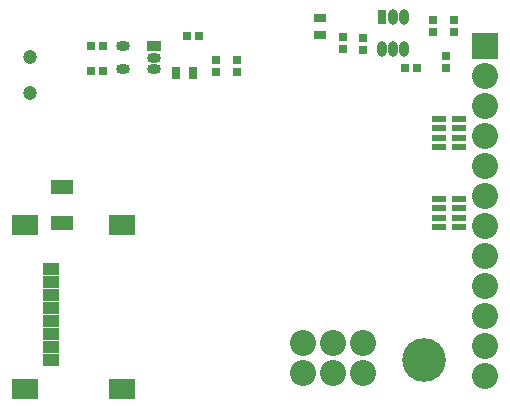
<source format=gbs>
G04*
G04 #@! TF.GenerationSoftware,Altium Limited,Altium Designer,18.1.9 (240)*
G04*
G04 Layer_Color=16711935*
%FSLAX25Y25*%
%MOIN*%
G70*
G01*
G75*
%ADD32R,0.07493X0.05131*%
%ADD33R,0.02992X0.02992*%
%ADD34R,0.02992X0.02992*%
%ADD49C,0.14580*%
%ADD50C,0.08674*%
%ADD51C,0.04737*%
%ADD52R,0.08674X0.08674*%
%ADD70R,0.03162X0.05131*%
%ADD71O,0.03162X0.05131*%
%ADD72R,0.03162X0.03950*%
%ADD73R,0.03950X0.03162*%
%ADD74R,0.04540X0.02375*%
%ADD75R,0.08674X0.06706*%
%ADD76R,0.05524X0.03950*%
%ADD77R,0.04567X0.03386*%
%ADD78O,0.04567X0.03386*%
D32*
X23622Y60827D02*
D03*
Y73032D02*
D03*
D33*
X33465Y111721D02*
D03*
X37402D02*
D03*
X65354Y123228D02*
D03*
X69291D02*
D03*
X33465Y119791D02*
D03*
X37402D02*
D03*
X138189Y112598D02*
D03*
X142126D02*
D03*
D34*
X81890Y111327D02*
D03*
Y115264D02*
D03*
X75197Y111327D02*
D03*
Y115264D02*
D03*
X117323Y122835D02*
D03*
Y118898D02*
D03*
X124016Y122622D02*
D03*
Y118685D02*
D03*
X147244Y128527D02*
D03*
Y124591D02*
D03*
X154252Y128528D02*
D03*
Y124591D02*
D03*
X151575Y112598D02*
D03*
Y116535D02*
D03*
D49*
X144370Y15394D02*
D03*
D50*
X104016Y11024D02*
D03*
X114016D02*
D03*
X124016D02*
D03*
X104016Y21024D02*
D03*
X114016D02*
D03*
X124016D02*
D03*
X164567Y109921D02*
D03*
Y99921D02*
D03*
Y89921D02*
D03*
Y79921D02*
D03*
Y69921D02*
D03*
Y59921D02*
D03*
Y49921D02*
D03*
Y39921D02*
D03*
Y29921D02*
D03*
Y19921D02*
D03*
Y9921D02*
D03*
D51*
X12992Y116142D02*
D03*
Y104331D02*
D03*
D52*
X164567Y119921D02*
D03*
D70*
X130315Y129528D02*
D03*
D71*
X134055D02*
D03*
X137795D02*
D03*
X130315Y118898D02*
D03*
X134055D02*
D03*
X137795D02*
D03*
D72*
X61811Y110933D02*
D03*
X67323D02*
D03*
D73*
X109843Y123622D02*
D03*
Y129134D02*
D03*
D74*
X155905Y68898D02*
D03*
Y65748D02*
D03*
Y62598D02*
D03*
Y59449D02*
D03*
X149213D02*
D03*
Y62598D02*
D03*
Y65748D02*
D03*
Y68898D02*
D03*
X155905Y95669D02*
D03*
Y92520D02*
D03*
Y89370D02*
D03*
Y86221D02*
D03*
X149213D02*
D03*
Y89370D02*
D03*
Y92520D02*
D03*
Y95669D02*
D03*
D75*
X43701Y5512D02*
D03*
X11417D02*
D03*
X43701Y60197D02*
D03*
X11417D02*
D03*
D76*
X20079Y45551D02*
D03*
Y41221D02*
D03*
Y36890D02*
D03*
Y32559D02*
D03*
Y28228D02*
D03*
Y23898D02*
D03*
Y19567D02*
D03*
Y15236D02*
D03*
D77*
X54331Y119791D02*
D03*
D78*
Y116051D02*
D03*
Y112311D02*
D03*
X44094Y119791D02*
D03*
Y112311D02*
D03*
M02*

</source>
